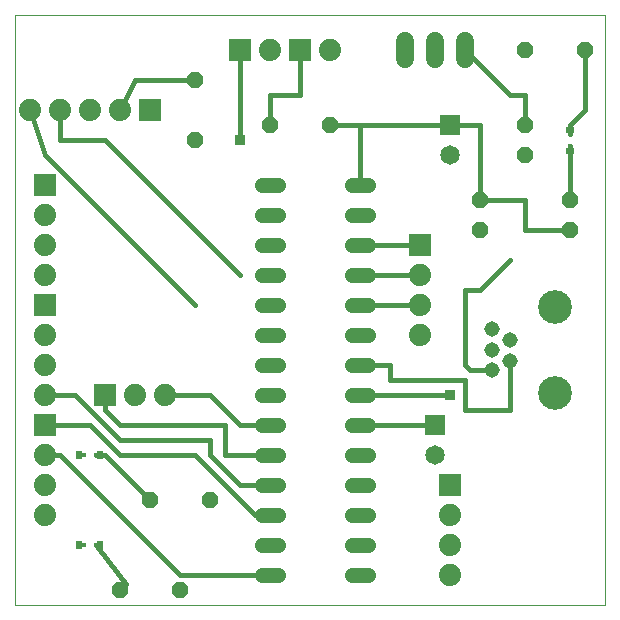
<source format=gtl>
G75*
G70*
%OFA0B0*%
%FSLAX24Y24*%
%IPPOS*%
%LPD*%
%AMOC8*
5,1,8,0,0,1.08239X$1,22.5*
%
%ADD10C,0.0000*%
%ADD11R,0.0740X0.0740*%
%ADD12C,0.0740*%
%ADD13C,0.0515*%
%ADD14C,0.1122*%
%ADD15C,0.0600*%
%ADD16R,0.0650X0.0650*%
%ADD17C,0.0650*%
%ADD18R,0.0315X0.0197*%
%ADD19R,0.0138X0.0138*%
%ADD20R,0.0197X0.0315*%
%ADD21OC8,0.0520*%
%ADD22C,0.0515*%
%ADD23C,0.0160*%
%ADD24R,0.0356X0.0356*%
D10*
X000302Y000726D02*
X000302Y020411D01*
X019987Y020411D01*
X019987Y000726D01*
X000302Y000726D01*
D11*
X001302Y006726D03*
X003302Y007726D03*
X001302Y010726D03*
X001302Y014726D03*
X004802Y017226D03*
X007802Y019226D03*
X009802Y019226D03*
X013802Y012726D03*
X014802Y004726D03*
D12*
X014802Y003726D03*
X014802Y002726D03*
X014802Y001726D03*
X013802Y009726D03*
X013802Y010726D03*
X013802Y011726D03*
X010802Y019226D03*
X008802Y019226D03*
X003802Y017226D03*
X002802Y017226D03*
X001802Y017226D03*
X000802Y017226D03*
X001302Y013726D03*
X001302Y012726D03*
X001302Y011726D03*
X001302Y009726D03*
X001302Y008726D03*
X001302Y007726D03*
X001302Y005726D03*
X001302Y004726D03*
X001302Y003726D03*
X004302Y007726D03*
X005302Y007726D03*
D13*
X016202Y008556D03*
X016202Y009226D03*
X016822Y009556D03*
X016822Y008866D03*
X016202Y009926D03*
D14*
X018302Y010663D03*
X018302Y007789D03*
D15*
X015302Y018926D02*
X015302Y019526D01*
X014302Y019526D02*
X014302Y018926D01*
X013302Y018926D02*
X013302Y019526D01*
D16*
X014802Y016726D03*
X014302Y006726D03*
D17*
X014302Y005726D03*
X014802Y015726D03*
D18*
X018802Y015881D03*
X018802Y016570D03*
D19*
X018802Y016423D03*
X018802Y016029D03*
X002999Y005726D03*
X002606Y005726D03*
X002606Y002726D03*
X002999Y002726D03*
D20*
X003147Y002726D03*
X002458Y002726D03*
X002458Y005726D03*
X003147Y005726D03*
D21*
X004802Y004226D03*
X006802Y004226D03*
X005802Y001226D03*
X003802Y001226D03*
X015802Y013226D03*
X015802Y014226D03*
X017302Y015726D03*
X017302Y016726D03*
X017302Y019226D03*
X019302Y019226D03*
X018802Y014226D03*
X018802Y013226D03*
X010802Y016726D03*
X008802Y016726D03*
X006302Y016226D03*
X006302Y018226D03*
D22*
X008545Y014726D02*
X009060Y014726D01*
X009060Y013726D02*
X008545Y013726D01*
X008545Y012726D02*
X009060Y012726D01*
X009060Y011726D02*
X008545Y011726D01*
X008545Y010726D02*
X009060Y010726D01*
X009060Y009726D02*
X008545Y009726D01*
X008545Y008726D02*
X009060Y008726D01*
X009060Y007726D02*
X008545Y007726D01*
X008545Y006726D02*
X009060Y006726D01*
X009060Y005726D02*
X008545Y005726D01*
X008545Y004726D02*
X009060Y004726D01*
X009060Y003726D02*
X008545Y003726D01*
X008545Y002726D02*
X009060Y002726D01*
X009060Y001726D02*
X008545Y001726D01*
X011545Y001726D02*
X012060Y001726D01*
X012060Y002726D02*
X011545Y002726D01*
X011545Y003726D02*
X012060Y003726D01*
X012060Y004726D02*
X011545Y004726D01*
X011545Y005726D02*
X012060Y005726D01*
X012060Y006726D02*
X011545Y006726D01*
X011545Y007726D02*
X012060Y007726D01*
X012060Y008726D02*
X011545Y008726D01*
X011545Y009726D02*
X012060Y009726D01*
X012060Y010726D02*
X011545Y010726D01*
X011545Y011726D02*
X012060Y011726D01*
X012060Y012726D02*
X011545Y012726D01*
X011545Y013726D02*
X012060Y013726D01*
X012060Y014726D02*
X011545Y014726D01*
D23*
X011802Y014726D02*
X011802Y016726D01*
X014802Y016726D01*
X015802Y016726D01*
X015802Y014226D01*
X017302Y014226D01*
X017302Y013226D01*
X018802Y013226D01*
X018802Y014226D02*
X018802Y016029D01*
X018802Y016423D02*
X018802Y016726D01*
X019302Y017226D01*
X019302Y019226D01*
X017302Y017726D02*
X017302Y016726D01*
X017302Y017726D02*
X016802Y017726D01*
X015302Y019226D01*
X011802Y016726D02*
X010802Y016726D01*
X009802Y017726D02*
X009802Y019226D01*
X009802Y017726D02*
X008802Y017726D01*
X008802Y016726D01*
X007802Y016226D02*
X007802Y019226D01*
X006302Y018226D02*
X004302Y018226D01*
X003802Y017226D01*
X003302Y016226D02*
X007802Y011726D01*
X006302Y010726D02*
X001302Y015726D01*
X000802Y017226D01*
X001802Y017226D02*
X001802Y016226D01*
X003302Y016226D01*
X003302Y007726D02*
X003302Y007226D01*
X003802Y006726D01*
X007302Y006726D01*
X007302Y005726D01*
X008802Y005726D01*
X008802Y004726D02*
X007802Y004726D01*
X006802Y005726D01*
X006802Y006226D01*
X003802Y006226D01*
X002302Y007726D01*
X001302Y007726D01*
X001302Y006726D02*
X002802Y006726D01*
X003802Y005726D01*
X006302Y005726D01*
X008302Y003726D01*
X008802Y003726D01*
X008802Y001726D02*
X005802Y001726D01*
X001802Y005726D01*
X001302Y005726D01*
X002999Y005726D02*
X003302Y005726D01*
X004802Y004226D01*
X002999Y002726D02*
X003999Y001423D01*
X003802Y001226D01*
X007802Y006726D02*
X008802Y006726D01*
X007802Y006726D02*
X006802Y007726D01*
X005302Y007726D01*
X011802Y007726D02*
X014802Y007726D01*
X015302Y008226D02*
X015302Y007226D01*
X016802Y007226D01*
X016822Y007246D01*
X016822Y008866D01*
X016202Y008556D02*
X015472Y008556D01*
X015302Y008726D01*
X015302Y011226D01*
X015802Y011226D01*
X016802Y012226D01*
X013802Y012726D02*
X011802Y012726D01*
X011802Y011726D02*
X013802Y011726D01*
X013802Y010726D02*
X011802Y010726D01*
X011802Y008726D02*
X012802Y008726D01*
X012802Y008226D01*
X015302Y008226D01*
X014302Y006726D02*
X011802Y006726D01*
D24*
X014802Y007726D03*
X007802Y016226D03*
M02*

</source>
